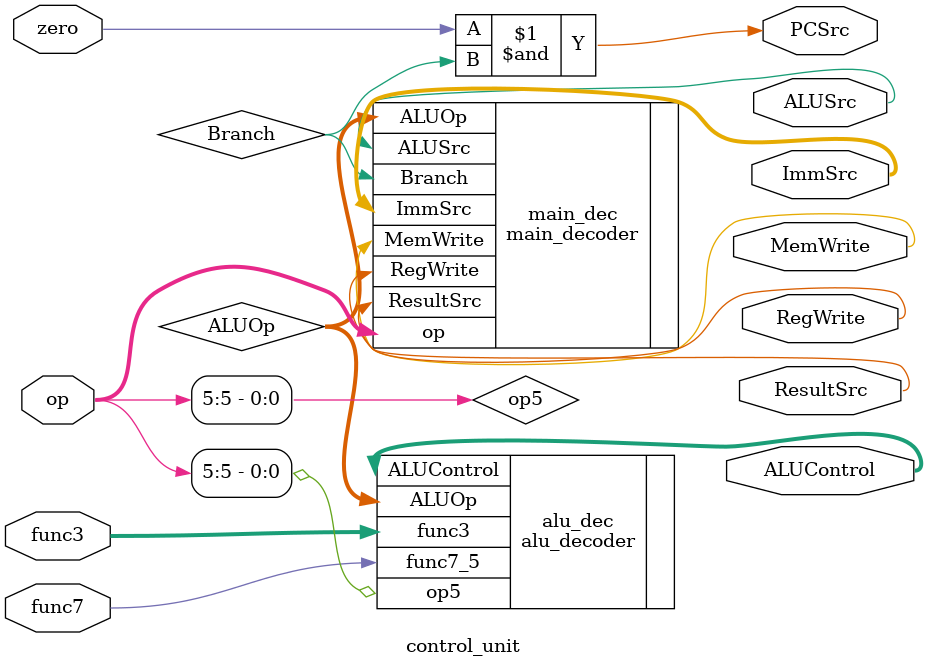
<source format=v>

module control_unit(zero, op, func3, func7, PCSrc, RegWrite, ALUSrc, MemWrite, ResultSrc, ImmSrc, ALUControl);

    input zero, func7;
    input [6:0] op;
    input [2:0] func3;

    output PCSrc, RegWrite, ALUSrc, MemWrite, ResultSrc;
    output [1:0] ImmSrc;
    output [2:0] ALUControl;

    wire [1:0] ALUOp;
    wire op5, Branch;

    assign op5 = op[5];

    main_decoder main_dec (
        .op(op), .RegWrite(RegWrite), .ALUSrc(ALUSrc), .MemWrite(MemWrite), 
        .ResultSrc(ResultSrc), .Branch(Branch), .ImmSrc(ImmSrc), .ALUOp(ALUOp)
    );

    alu_decoder alu_dec (
        .ALUOp(ALUOp), .func3(func3), .op5(op5), .func7_5(func7), .ALUControl(ALUControl)
    );

    assign PCSrc = zero & Branch;
    
endmodule
</source>
